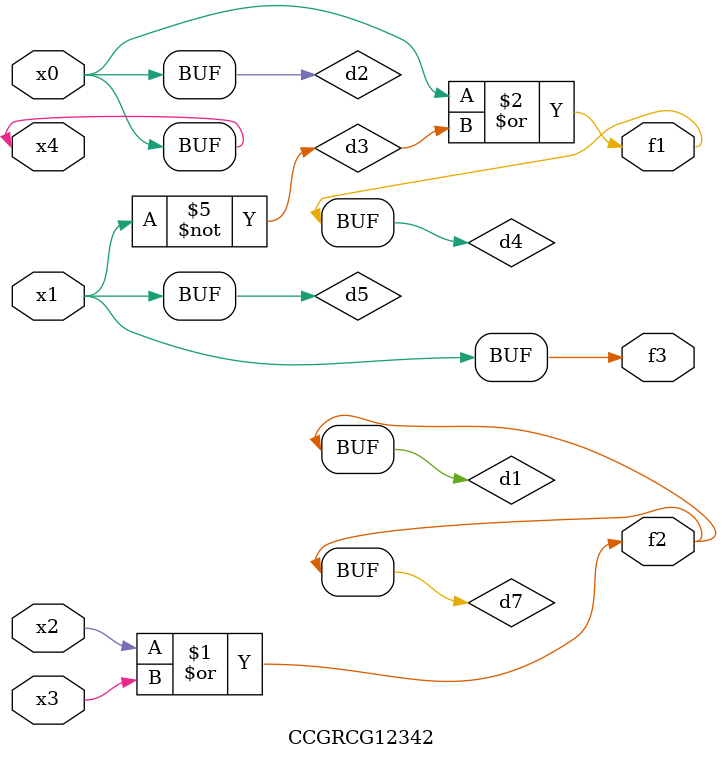
<source format=v>
module CCGRCG12342(
	input x0, x1, x2, x3, x4,
	output f1, f2, f3
);

	wire d1, d2, d3, d4, d5, d6, d7;

	or (d1, x2, x3);
	buf (d2, x0, x4);
	not (d3, x1);
	or (d4, d2, d3);
	not (d5, d3);
	nand (d6, d1, d3);
	or (d7, d1);
	assign f1 = d4;
	assign f2 = d7;
	assign f3 = d5;
endmodule

</source>
